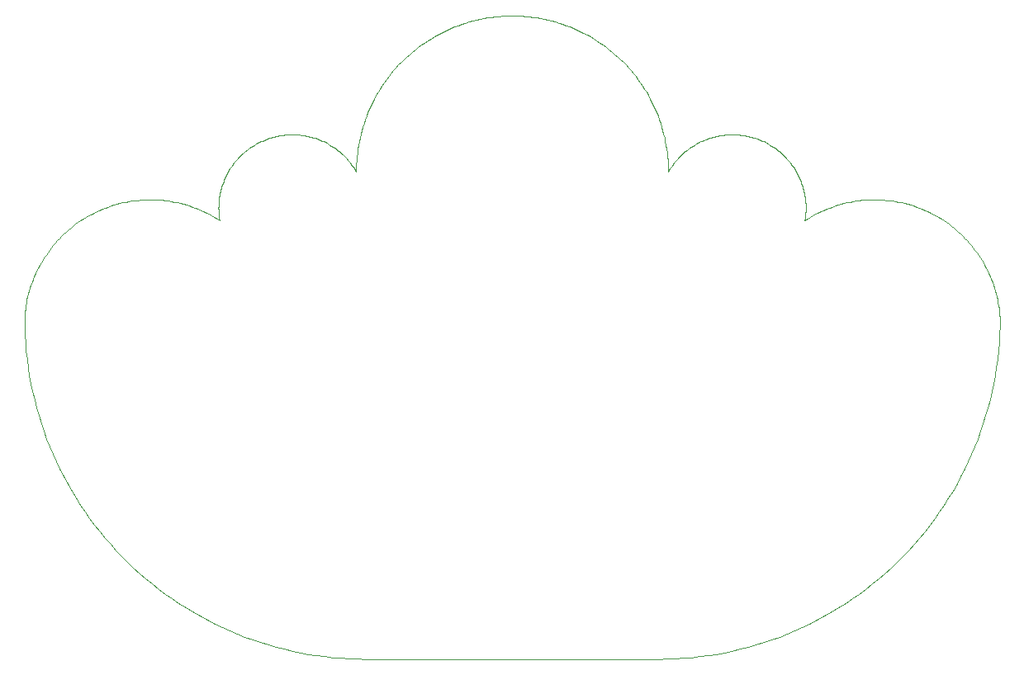
<source format=gko>
G75*
%MOIN*%
%OFA0B0*%
%FSLAX25Y25*%
%IPPOS*%
%LPD*%
%AMOC8*
5,1,8,0,0,1.08239X$1,22.5*
%
%ADD10C,0.00000*%
D10*
X0145551Y0018780D02*
X0263661Y0018780D01*
X0322716Y0195946D02*
X0323757Y0196615D01*
X0324814Y0197259D01*
X0325887Y0197877D01*
X0326974Y0198468D01*
X0328075Y0199033D01*
X0329190Y0199571D01*
X0330318Y0200082D01*
X0331457Y0200565D01*
X0332608Y0201020D01*
X0333770Y0201447D01*
X0334942Y0201846D01*
X0336123Y0202216D01*
X0337313Y0202557D01*
X0338511Y0202869D01*
X0339716Y0203151D01*
X0340928Y0203405D01*
X0342145Y0203628D01*
X0343367Y0203822D01*
X0344594Y0203986D01*
X0345825Y0204121D01*
X0347058Y0204225D01*
X0348294Y0204299D01*
X0349531Y0204343D01*
X0350768Y0204357D01*
X0352006Y0204341D01*
X0353243Y0204294D01*
X0354478Y0204218D01*
X0355712Y0204111D01*
X0356942Y0203975D01*
X0358168Y0203808D01*
X0359390Y0203612D01*
X0360607Y0203386D01*
X0361819Y0203131D01*
X0363023Y0202846D01*
X0364220Y0202532D01*
X0365410Y0202188D01*
X0366590Y0201816D01*
X0367761Y0201415D01*
X0368922Y0200986D01*
X0370072Y0200529D01*
X0371211Y0200044D01*
X0372338Y0199531D01*
X0373452Y0198991D01*
X0374552Y0198424D01*
X0375638Y0197830D01*
X0376709Y0197211D01*
X0377765Y0196565D01*
X0378805Y0195893D01*
X0379828Y0195197D01*
X0380834Y0194476D01*
X0381823Y0193730D01*
X0382792Y0192961D01*
X0383743Y0192168D01*
X0384674Y0191353D01*
X0385585Y0190515D01*
X0386475Y0189655D01*
X0387344Y0188774D01*
X0388192Y0187871D01*
X0389017Y0186949D01*
X0389819Y0186006D01*
X0390599Y0185045D01*
X0391354Y0184064D01*
X0392086Y0183066D01*
X0392793Y0182050D01*
X0393475Y0181017D01*
X0394131Y0179967D01*
X0394762Y0178902D01*
X0395367Y0177822D01*
X0395945Y0176728D01*
X0396497Y0175620D01*
X0397021Y0174499D01*
X0397518Y0173365D01*
X0397987Y0172220D01*
X0398428Y0171063D01*
X0398841Y0169896D01*
X0399225Y0168720D01*
X0399581Y0167534D01*
X0399907Y0166340D01*
X0400205Y0165138D01*
X0400473Y0163930D01*
X0400711Y0162715D01*
X0400920Y0161495D01*
X0401099Y0160271D01*
X0401248Y0159042D01*
X0401367Y0157810D01*
X0401457Y0156575D01*
X0322716Y0195945D02*
X0322829Y0196664D01*
X0322925Y0197386D01*
X0323003Y0198109D01*
X0323063Y0198835D01*
X0323106Y0199561D01*
X0323130Y0200289D01*
X0323137Y0201017D01*
X0323126Y0201744D01*
X0323097Y0202472D01*
X0323050Y0203198D01*
X0322986Y0203923D01*
X0322903Y0204646D01*
X0322804Y0205367D01*
X0322686Y0206086D01*
X0322551Y0206801D01*
X0322398Y0207512D01*
X0322228Y0208220D01*
X0322041Y0208924D01*
X0321837Y0209622D01*
X0321615Y0210316D01*
X0321377Y0211003D01*
X0321122Y0211685D01*
X0320850Y0212360D01*
X0320562Y0213029D01*
X0320257Y0213690D01*
X0319936Y0214343D01*
X0319600Y0214989D01*
X0319248Y0215626D01*
X0318880Y0216254D01*
X0318497Y0216873D01*
X0318099Y0217482D01*
X0317686Y0218081D01*
X0317259Y0218671D01*
X0316817Y0219249D01*
X0316361Y0219817D01*
X0315892Y0220373D01*
X0315409Y0220917D01*
X0314912Y0221450D01*
X0314403Y0221970D01*
X0313882Y0222478D01*
X0313348Y0222972D01*
X0312802Y0223454D01*
X0312244Y0223922D01*
X0311675Y0224376D01*
X0311095Y0224816D01*
X0310505Y0225242D01*
X0309904Y0225653D01*
X0309294Y0226049D01*
X0308674Y0226430D01*
X0308045Y0226796D01*
X0307407Y0227147D01*
X0306760Y0227481D01*
X0306106Y0227800D01*
X0305444Y0228103D01*
X0304775Y0228389D01*
X0304099Y0228659D01*
X0303416Y0228912D01*
X0302728Y0229148D01*
X0302034Y0229368D01*
X0301335Y0229570D01*
X0300631Y0229755D01*
X0299922Y0229923D01*
X0299210Y0230074D01*
X0298495Y0230207D01*
X0297776Y0230322D01*
X0297055Y0230420D01*
X0296331Y0230500D01*
X0295606Y0230563D01*
X0294880Y0230607D01*
X0294152Y0230634D01*
X0293424Y0230643D01*
X0292697Y0230634D01*
X0291969Y0230607D01*
X0291243Y0230563D01*
X0290518Y0230501D01*
X0289794Y0230421D01*
X0289073Y0230323D01*
X0288354Y0230208D01*
X0287638Y0230075D01*
X0286926Y0229924D01*
X0286218Y0229757D01*
X0285514Y0229571D01*
X0284815Y0229369D01*
X0284121Y0229150D01*
X0283432Y0228914D01*
X0282750Y0228660D01*
X0282074Y0228391D01*
X0281405Y0228105D01*
X0280743Y0227802D01*
X0280088Y0227483D01*
X0279442Y0227149D01*
X0278804Y0226799D01*
X0278174Y0226433D01*
X0277554Y0226052D01*
X0276944Y0225655D01*
X0276343Y0225244D01*
X0275752Y0224819D01*
X0275173Y0224379D01*
X0274604Y0223925D01*
X0274046Y0223457D01*
X0273500Y0222976D01*
X0272966Y0222481D01*
X0272444Y0221974D01*
X0271935Y0221453D01*
X0271439Y0220921D01*
X0270956Y0220377D01*
X0270486Y0219820D01*
X0270030Y0219253D01*
X0269588Y0218675D01*
X0269161Y0218085D01*
X0268748Y0217486D01*
X0268350Y0216877D01*
X0267967Y0216258D01*
X0267599Y0215630D01*
X0267598Y0215630D02*
X0267579Y0217164D01*
X0267523Y0218697D01*
X0267430Y0220228D01*
X0267299Y0221757D01*
X0267132Y0223281D01*
X0266927Y0224802D01*
X0266685Y0226317D01*
X0266406Y0227825D01*
X0266091Y0229326D01*
X0265739Y0230820D01*
X0265351Y0232304D01*
X0264927Y0233778D01*
X0264467Y0235241D01*
X0263972Y0236693D01*
X0263442Y0238133D01*
X0262876Y0239559D01*
X0262276Y0240971D01*
X0261642Y0242367D01*
X0260974Y0243748D01*
X0260273Y0245113D01*
X0259538Y0246459D01*
X0258771Y0247788D01*
X0257972Y0249097D01*
X0257141Y0250387D01*
X0256279Y0251656D01*
X0255387Y0252904D01*
X0254464Y0254129D01*
X0253512Y0255332D01*
X0252530Y0256511D01*
X0251521Y0257666D01*
X0250483Y0258796D01*
X0249418Y0259900D01*
X0248327Y0260978D01*
X0247210Y0262029D01*
X0246067Y0263053D01*
X0244900Y0264049D01*
X0243709Y0265015D01*
X0242495Y0265953D01*
X0241258Y0266861D01*
X0240000Y0267738D01*
X0238721Y0268585D01*
X0237421Y0269400D01*
X0236102Y0270183D01*
X0234764Y0270933D01*
X0233409Y0271651D01*
X0232036Y0272336D01*
X0230647Y0272987D01*
X0229242Y0273604D01*
X0227823Y0274187D01*
X0226391Y0274735D01*
X0224945Y0275248D01*
X0223487Y0275726D01*
X0222018Y0276168D01*
X0220539Y0276574D01*
X0219050Y0276944D01*
X0217553Y0277277D01*
X0216048Y0277574D01*
X0214536Y0277834D01*
X0213018Y0278058D01*
X0211496Y0278244D01*
X0209969Y0278393D01*
X0208439Y0278505D01*
X0206907Y0278580D01*
X0205373Y0278617D01*
X0203839Y0278617D01*
X0202305Y0278580D01*
X0200773Y0278505D01*
X0199243Y0278393D01*
X0197716Y0278244D01*
X0196194Y0278058D01*
X0194676Y0277834D01*
X0193164Y0277574D01*
X0191659Y0277277D01*
X0190162Y0276944D01*
X0188673Y0276574D01*
X0187194Y0276168D01*
X0185725Y0275726D01*
X0184267Y0275248D01*
X0182821Y0274735D01*
X0181389Y0274187D01*
X0179970Y0273604D01*
X0178565Y0272987D01*
X0177176Y0272336D01*
X0175803Y0271651D01*
X0174448Y0270933D01*
X0173110Y0270183D01*
X0171791Y0269400D01*
X0170491Y0268585D01*
X0169212Y0267738D01*
X0167954Y0266861D01*
X0166717Y0265953D01*
X0165503Y0265015D01*
X0164312Y0264049D01*
X0163145Y0263053D01*
X0162002Y0262029D01*
X0160885Y0260978D01*
X0159794Y0259900D01*
X0158729Y0258796D01*
X0157691Y0257666D01*
X0156682Y0256511D01*
X0155700Y0255332D01*
X0154748Y0254129D01*
X0153825Y0252904D01*
X0152933Y0251656D01*
X0152071Y0250387D01*
X0151240Y0249097D01*
X0150441Y0247788D01*
X0149674Y0246459D01*
X0148939Y0245113D01*
X0148238Y0243748D01*
X0147570Y0242367D01*
X0146936Y0240971D01*
X0146336Y0239559D01*
X0145770Y0238133D01*
X0145240Y0236693D01*
X0144745Y0235241D01*
X0144285Y0233778D01*
X0143861Y0232304D01*
X0143473Y0230820D01*
X0143121Y0229326D01*
X0142806Y0227825D01*
X0142527Y0226317D01*
X0142285Y0224802D01*
X0142080Y0223281D01*
X0141913Y0221757D01*
X0141782Y0220228D01*
X0141689Y0218697D01*
X0141633Y0217164D01*
X0141614Y0215630D01*
X0141246Y0216258D01*
X0140863Y0216877D01*
X0140465Y0217486D01*
X0140052Y0218085D01*
X0139625Y0218675D01*
X0139183Y0219253D01*
X0138727Y0219820D01*
X0138257Y0220377D01*
X0137774Y0220921D01*
X0137278Y0221453D01*
X0136769Y0221974D01*
X0136247Y0222481D01*
X0135713Y0222976D01*
X0135167Y0223457D01*
X0134609Y0223925D01*
X0134040Y0224379D01*
X0133461Y0224819D01*
X0132870Y0225244D01*
X0132269Y0225655D01*
X0131659Y0226052D01*
X0131039Y0226433D01*
X0130409Y0226799D01*
X0129771Y0227149D01*
X0129125Y0227483D01*
X0128470Y0227802D01*
X0127808Y0228105D01*
X0127139Y0228391D01*
X0126463Y0228660D01*
X0125781Y0228914D01*
X0125092Y0229150D01*
X0124398Y0229369D01*
X0123699Y0229571D01*
X0122995Y0229757D01*
X0122287Y0229924D01*
X0121575Y0230075D01*
X0120859Y0230208D01*
X0120140Y0230323D01*
X0119419Y0230421D01*
X0118695Y0230501D01*
X0117970Y0230563D01*
X0117244Y0230607D01*
X0116516Y0230634D01*
X0115789Y0230643D01*
X0115061Y0230634D01*
X0114333Y0230607D01*
X0113607Y0230563D01*
X0112882Y0230500D01*
X0112158Y0230420D01*
X0111437Y0230322D01*
X0110718Y0230207D01*
X0110003Y0230074D01*
X0109291Y0229923D01*
X0108582Y0229755D01*
X0107878Y0229570D01*
X0107179Y0229368D01*
X0106485Y0229148D01*
X0105797Y0228912D01*
X0105114Y0228659D01*
X0104438Y0228389D01*
X0103769Y0228103D01*
X0103107Y0227800D01*
X0102453Y0227481D01*
X0101806Y0227147D01*
X0101168Y0226796D01*
X0100539Y0226430D01*
X0099919Y0226049D01*
X0099309Y0225653D01*
X0098708Y0225242D01*
X0098118Y0224816D01*
X0097538Y0224376D01*
X0096969Y0223922D01*
X0096411Y0223454D01*
X0095865Y0222972D01*
X0095331Y0222478D01*
X0094810Y0221970D01*
X0094301Y0221450D01*
X0093804Y0220917D01*
X0093321Y0220373D01*
X0092852Y0219817D01*
X0092396Y0219249D01*
X0091954Y0218671D01*
X0091527Y0218081D01*
X0091114Y0217482D01*
X0090716Y0216873D01*
X0090333Y0216254D01*
X0089965Y0215626D01*
X0089613Y0214989D01*
X0089277Y0214343D01*
X0088956Y0213690D01*
X0088651Y0213029D01*
X0088363Y0212360D01*
X0088091Y0211685D01*
X0087836Y0211003D01*
X0087598Y0210316D01*
X0087376Y0209622D01*
X0087172Y0208924D01*
X0086985Y0208220D01*
X0086815Y0207512D01*
X0086662Y0206801D01*
X0086527Y0206086D01*
X0086409Y0205367D01*
X0086310Y0204646D01*
X0086227Y0203923D01*
X0086163Y0203198D01*
X0086116Y0202472D01*
X0086087Y0201744D01*
X0086076Y0201017D01*
X0086083Y0200289D01*
X0086107Y0199561D01*
X0086150Y0198835D01*
X0086210Y0198109D01*
X0086288Y0197386D01*
X0086384Y0196664D01*
X0086497Y0195945D01*
X0086496Y0195946D02*
X0085455Y0196615D01*
X0084398Y0197259D01*
X0083325Y0197877D01*
X0082238Y0198468D01*
X0081137Y0199033D01*
X0080022Y0199571D01*
X0078894Y0200082D01*
X0077755Y0200565D01*
X0076604Y0201020D01*
X0075442Y0201447D01*
X0074270Y0201846D01*
X0073089Y0202216D01*
X0071899Y0202557D01*
X0070701Y0202869D01*
X0069496Y0203151D01*
X0068284Y0203405D01*
X0067067Y0203628D01*
X0065845Y0203822D01*
X0064618Y0203986D01*
X0063387Y0204121D01*
X0062154Y0204225D01*
X0060918Y0204299D01*
X0059681Y0204343D01*
X0058444Y0204357D01*
X0057206Y0204341D01*
X0055969Y0204294D01*
X0054734Y0204218D01*
X0053500Y0204111D01*
X0052270Y0203975D01*
X0051044Y0203808D01*
X0049822Y0203612D01*
X0048605Y0203386D01*
X0047393Y0203131D01*
X0046189Y0202846D01*
X0044992Y0202532D01*
X0043802Y0202188D01*
X0042622Y0201816D01*
X0041451Y0201415D01*
X0040290Y0200986D01*
X0039140Y0200529D01*
X0038001Y0200044D01*
X0036874Y0199531D01*
X0035760Y0198991D01*
X0034660Y0198424D01*
X0033574Y0197830D01*
X0032503Y0197211D01*
X0031447Y0196565D01*
X0030407Y0195893D01*
X0029384Y0195197D01*
X0028378Y0194476D01*
X0027389Y0193730D01*
X0026420Y0192961D01*
X0025469Y0192168D01*
X0024538Y0191353D01*
X0023627Y0190515D01*
X0022737Y0189655D01*
X0021868Y0188774D01*
X0021020Y0187871D01*
X0020195Y0186949D01*
X0019393Y0186006D01*
X0018613Y0185045D01*
X0017858Y0184064D01*
X0017126Y0183066D01*
X0016419Y0182050D01*
X0015737Y0181017D01*
X0015081Y0179967D01*
X0014450Y0178902D01*
X0013845Y0177822D01*
X0013267Y0176728D01*
X0012715Y0175620D01*
X0012191Y0174499D01*
X0011694Y0173365D01*
X0011225Y0172220D01*
X0010784Y0171063D01*
X0010371Y0169896D01*
X0009987Y0168720D01*
X0009631Y0167534D01*
X0009305Y0166340D01*
X0009007Y0165138D01*
X0008739Y0163930D01*
X0008501Y0162715D01*
X0008292Y0161495D01*
X0008113Y0160271D01*
X0007964Y0159042D01*
X0007845Y0157810D01*
X0007755Y0156575D01*
X0007756Y0156575D02*
X0007796Y0153245D01*
X0007917Y0149918D01*
X0008118Y0146594D01*
X0008399Y0143276D01*
X0008761Y0139966D01*
X0009202Y0136665D01*
X0009723Y0133376D01*
X0010323Y0130101D01*
X0011002Y0126841D01*
X0011760Y0123598D01*
X0012596Y0120375D01*
X0013510Y0117173D01*
X0014500Y0113994D01*
X0015567Y0110840D01*
X0016710Y0107712D01*
X0017929Y0104613D01*
X0019222Y0101545D01*
X0020588Y0098508D01*
X0022028Y0095505D01*
X0023540Y0092538D01*
X0025123Y0089609D01*
X0026776Y0086718D01*
X0028499Y0083869D01*
X0030290Y0081062D01*
X0032148Y0078299D01*
X0034073Y0075581D01*
X0036062Y0072911D01*
X0038116Y0070290D01*
X0040232Y0067719D01*
X0042410Y0065200D01*
X0044648Y0062734D01*
X0046945Y0060324D01*
X0049300Y0057969D01*
X0051710Y0055672D01*
X0054176Y0053434D01*
X0056695Y0051256D01*
X0059266Y0049140D01*
X0061887Y0047086D01*
X0064557Y0045097D01*
X0067275Y0043172D01*
X0070038Y0041314D01*
X0072845Y0039523D01*
X0075694Y0037800D01*
X0078585Y0036147D01*
X0081514Y0034564D01*
X0084481Y0033052D01*
X0087484Y0031612D01*
X0090521Y0030246D01*
X0093589Y0028953D01*
X0096688Y0027734D01*
X0099816Y0026591D01*
X0102970Y0025524D01*
X0106149Y0024534D01*
X0109351Y0023620D01*
X0112574Y0022784D01*
X0115817Y0022026D01*
X0119077Y0021347D01*
X0122352Y0020747D01*
X0125641Y0020226D01*
X0128942Y0019785D01*
X0132252Y0019423D01*
X0135570Y0019142D01*
X0138894Y0018941D01*
X0142221Y0018820D01*
X0145551Y0018780D01*
X0263661Y0018780D02*
X0266991Y0018820D01*
X0270318Y0018941D01*
X0273642Y0019142D01*
X0276960Y0019423D01*
X0280270Y0019785D01*
X0283571Y0020226D01*
X0286860Y0020747D01*
X0290135Y0021347D01*
X0293395Y0022026D01*
X0296638Y0022784D01*
X0299861Y0023620D01*
X0303063Y0024534D01*
X0306242Y0025524D01*
X0309396Y0026591D01*
X0312524Y0027734D01*
X0315623Y0028953D01*
X0318691Y0030246D01*
X0321728Y0031612D01*
X0324731Y0033052D01*
X0327698Y0034564D01*
X0330627Y0036147D01*
X0333518Y0037800D01*
X0336367Y0039523D01*
X0339174Y0041314D01*
X0341937Y0043172D01*
X0344655Y0045097D01*
X0347325Y0047086D01*
X0349946Y0049140D01*
X0352517Y0051256D01*
X0355036Y0053434D01*
X0357502Y0055672D01*
X0359912Y0057969D01*
X0362267Y0060324D01*
X0364564Y0062734D01*
X0366802Y0065200D01*
X0368980Y0067719D01*
X0371096Y0070290D01*
X0373150Y0072911D01*
X0375139Y0075581D01*
X0377064Y0078299D01*
X0378922Y0081062D01*
X0380713Y0083869D01*
X0382436Y0086718D01*
X0384089Y0089609D01*
X0385672Y0092538D01*
X0387184Y0095505D01*
X0388624Y0098508D01*
X0389990Y0101545D01*
X0391283Y0104613D01*
X0392502Y0107712D01*
X0393645Y0110840D01*
X0394712Y0113994D01*
X0395702Y0117173D01*
X0396616Y0120375D01*
X0397452Y0123598D01*
X0398210Y0126841D01*
X0398889Y0130101D01*
X0399489Y0133376D01*
X0400010Y0136665D01*
X0400451Y0139966D01*
X0400813Y0143276D01*
X0401094Y0146594D01*
X0401295Y0149918D01*
X0401416Y0153245D01*
X0401456Y0156575D01*
M02*

</source>
